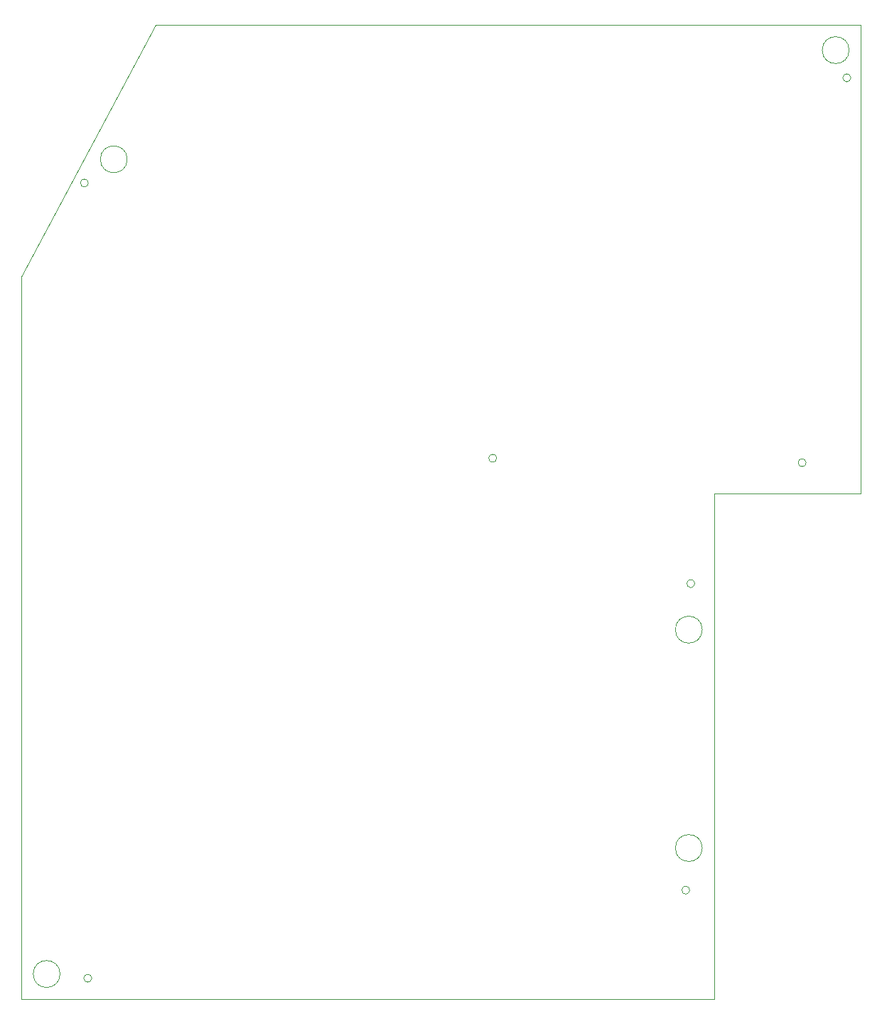
<source format=gm1>
G04 #@! TF.GenerationSoftware,KiCad,Pcbnew,(6.0.1-0)*
G04 #@! TF.CreationDate,2022-02-25T07:04:39+09:00*
G04 #@! TF.ProjectId,qPCR-main,71504352-2d6d-4616-996e-2e6b69636164,rev?*
G04 #@! TF.SameCoordinates,Original*
G04 #@! TF.FileFunction,Profile,NP*
%FSLAX46Y46*%
G04 Gerber Fmt 4.6, Leading zero omitted, Abs format (unit mm)*
G04 Created by KiCad (PCBNEW (6.0.1-0)) date 2022-02-25 07:04:39*
%MOMM*%
%LPD*%
G01*
G04 APERTURE LIST*
G04 #@! TA.AperFunction,Profile*
%ADD10C,0.100000*%
G04 #@! TD*
G04 APERTURE END LIST*
D10*
X84600000Y-147000000D02*
G75*
G03*
X84600000Y-147000000I-1600000J0D01*
G01*
X178600000Y-37000000D02*
G75*
G03*
X178600000Y-37000000I-1600000J0D01*
G01*
X80000000Y-150000000D02*
X162500000Y-150000000D01*
X87975000Y-52825000D02*
G75*
G03*
X87975000Y-52825000I-475000J0D01*
G01*
X88375000Y-147500000D02*
G75*
G03*
X88375000Y-147500000I-475000J0D01*
G01*
X162500000Y-150000000D02*
X162500000Y-89770000D01*
X136611000Y-85590000D02*
G75*
G03*
X136611000Y-85590000I-475000J0D01*
G01*
X162500000Y-89770000D02*
X180000000Y-89770000D01*
X180000000Y-89770000D02*
X180000000Y-34000000D01*
X161100000Y-106000000D02*
G75*
G03*
X161100000Y-106000000I-1600000J0D01*
G01*
X178800000Y-40300000D02*
G75*
G03*
X178800000Y-40300000I-475000J0D01*
G01*
X161100000Y-132000000D02*
G75*
G03*
X161100000Y-132000000I-1600000J0D01*
G01*
X173475000Y-86125000D02*
G75*
G03*
X173475000Y-86125000I-475000J0D01*
G01*
X160215000Y-100510000D02*
G75*
G03*
X160215000Y-100510000I-475000J0D01*
G01*
X159615000Y-137010000D02*
G75*
G03*
X159615000Y-137010000I-475000J0D01*
G01*
X92600000Y-50000000D02*
G75*
G03*
X92600000Y-50000000I-1600000J0D01*
G01*
X80000000Y-64000000D02*
X80000000Y-150000000D01*
X96000000Y-34000000D02*
X80000000Y-64000000D01*
X96000000Y-34000000D02*
X180000000Y-34000000D01*
M02*

</source>
